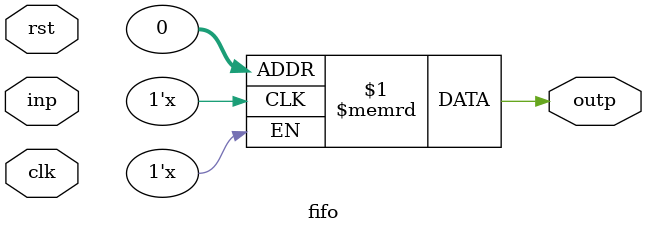
<source format=v>

/*  Flip-flip FIFO.
 *
 *  Copyright (c) 2016, Stephen Longfield, stephenlongfield.com
 *
 *  This program is free software: you can redistribute it and/or modify
 *  it under the terms of the GNU General Public License as published by
 *  the Free Software Foundation, either version 3 of the License, or
 *  (at your option) any later version.
 *
 *  This program is distributed in the hope that it will be useful,
 *  but WITHOUT ANY WARRANTY; without even the implied warranty of
 *  MERCHANTABILITY or FITNESS FOR A PARTICULAR PURPOSE.  See the
 *  GNU General Public License for more details.
 *
 *  You should have received a copy of the GNU General Public License
 *  along with this program.  If not, see <http://www.gnu.org/licenses/>.
 *
 */

`ifndef LIB_FIFO_V_
`define LIB_FIFO_V_

`timescale 1ns/1ps

`include "dff.v"

// This is a basic flip-flip FIFO with synchronous reset.
module fifo#(
      parameter WIDTH=1,
    parameter DEPTH=1
  ) (
      input wire clk,
      input wire rst,

      input  wire [WIDTH-1:0] inp,
      output wire [WIDTH-1:0] outp
  );

    reg [WIDTH-1:0] regs[DEPTH];

    assign outp = regs[DEPTH-1];

    dff#(WIDTH) sr0(clk, rst, inp, regs[0]);

    genvar i;
    generate
        for (i = 0; i < DEPTH-1; i++) begin : shift
            dff#(WIDTH) sr(clk, rst, regs[i], regs[i+1]);
        end
    endgenerate

endmodule

`endif // LIB_FIFO_V_

</source>
